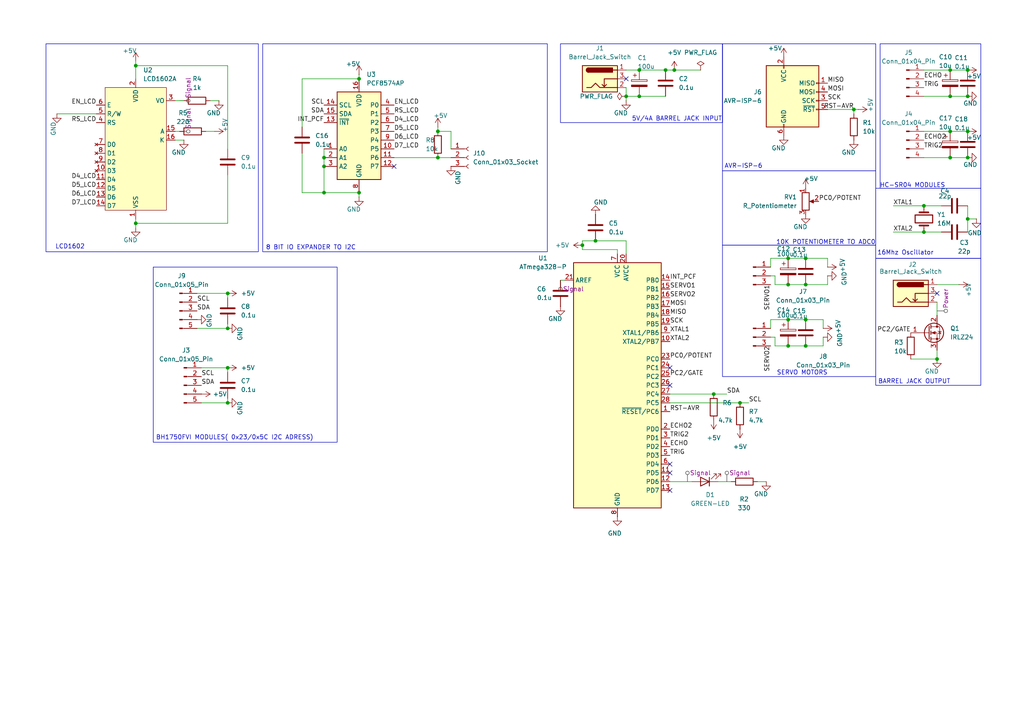
<source format=kicad_sch>
(kicad_sch (version 20250114) (generator "eeschema") (generator_version "9.0")
  (paper "A4")
  (lib_symbols
    (symbol "Connector:AVR-ISP-6" (pin_names (offset 1.016))
      (property "Reference" "J" (at -6.35 11.43 0))
      (property "Value" "AVR-ISP-6" (at 0 11.43 0))
      (symbol "AVR-ISP-6_1_1"
        (pin passive line (at -2.54 12.7 270) (length 2.54) (name "VCC") (number "2"))
        (pin passive line (at -2.54 -10.16 90) (length 2.54) (name "GND") (number "6"))
        (pin passive line (at 10.16 5.08 180) (length 2.54) (name "MISO") (number "1"))
        (pin passive line (at 10.16 2.54 180) (length 2.54) (name "MOSI") (number "4"))
        (pin passive line (at 10.16 0 180) (length 2.54) (name "SCK") (number "3"))
        (pin passive line (at 10.16 -2.54 180) (length 2.54) (name "~{RST}") (number "5"))
      )
    )
    (symbol "Connector:Barrel_Jack_Switch" (pin_names (hide yes))
      (property "Reference" "J" (at 0 5.334 0))
      (property "Value" "Barrel_Jack_Switch" (at 0 -5.08 0))
      (symbol "Barrel_Jack_Switch_1_1"
        (pin passive line (at 7.62 2.54 180) (length 2.54) (name "~") (number "1"))
        (pin passive line (at 7.62 0 180) (length 2.54) (name "~") (number "3"))
        (pin passive line (at 7.62 -2.54 180) (length 2.54) (name "~") (number "2"))
      )
    )
    (symbol "Connector:Conn_01x03_Pin" (pin_names (offset 1.016) (hide yes))
      (property "Reference" "J" (at 0 5.08 0))
      (property "Value" "Conn_01x03_Pin" (at 0 -5.08 0))
      (symbol "Conn_01x03_Pin_1_1"
        (pin passive line (at 5.08 2.54 180) (length 3.81) (name "Pin_1") (number "1"))
        (pin passive line (at 5.08 0 180) (length 3.81) (name "Pin_2") (number "2"))
        (pin passive line (at 5.08 -2.54 180) (length 3.81) (name "Pin_3") (number "3"))
      )
    )
    (symbol "Connector:Conn_01x03_Socket" (pin_names (offset 1.016) (hide yes))
      (property "Reference" "J" (at 0 5.08 0))
      (property "Value" "Conn_01x03_Socket" (at 0 -5.08 0))
      (symbol "Conn_01x03_Socket_1_1"
        (pin passive line (at -5.08 2.54 0) (length 3.81) (name "Pin_1") (number "1"))
        (pin passive line (at -5.08 0 0) (length 3.81) (name "Pin_2") (number "2"))
        (pin passive line (at -5.08 -2.54 0) (length 3.81) (name "Pin_3") (number "3"))
      )
    )
    (symbol "Connector:Conn_01x04_Pin" (pin_names (offset 1.016) (hide yes))
      (property "Reference" "J" (at 0 5.08 0))
      (property "Value" "Conn_01x04_Pin" (at 0 -7.62 0))
      (symbol "Conn_01x04_Pin_1_1"
        (pin passive line (at 5.08 2.54 180) (length 3.81) (name "Pin_1") (number "1"))
        (pin passive line (at 5.08 0 180) (length 3.81) (name "Pin_2") (number "2"))
        (pin passive line (at 5.08 -2.54 180) (length 3.81) (name "Pin_3") (number "3"))
        (pin passive line (at 5.08 -5.08 180) (length 3.81) (name "Pin_4") (number "4"))
      )
    )
    (symbol "Connector:Conn_01x05_Pin" (pin_names (offset 1.016) (hide yes))
      (property "Reference" "J" (at 0 7.62 0))
      (property "Value" "Conn_01x05_Pin" (at 0 -7.62 0))
      (symbol "Conn_01x05_Pin_1_1"
        (pin passive line (at 5.08 5.08 180) (length 3.81) (name "Pin_1") (number "1"))
        (pin passive line (at 5.08 2.54 180) (length 3.81) (name "Pin_2") (number "2"))
        (pin passive line (at 5.08 0 180) (length 3.81) (name "Pin_3") (number "3"))
        (pin passive line (at 5.08 -2.54 180) (length 3.81) (name "Pin_4") (number "4"))
        (pin passive line (at 5.08 -5.08 180) (length 3.81) (name "Pin_5") (number "5"))
      )
    )
    (symbol "Device:C" (pin_numbers (hide yes)) (pin_names (offset 0.254))
      (property "Reference" "C" (at 0.635 2.54 0))
      (property "Value" "C" (at 0.635 -2.54 0))
      (symbol "C_1_1"
        (pin passive line (at 0 3.81 270) (length 2.794) (name "~") (number "1"))
        (pin passive line (at 0 -3.81 90) (length 2.794) (name "~") (number "2"))
      )
    )
    (symbol "Device:C_Polarized" (pin_numbers (hide yes)) (pin_names (offset 0.254))
      (property "Reference" "C" (at 0.635 2.54 0))
      (property "Value" "C_Polarized" (at 0.635 -2.54 0))
      (symbol "C_Polarized_1_1"
        (pin passive line (at 0 3.81 270) (length 2.794) (name "~") (number "1"))
        (pin passive line (at 0 -3.81 90) (length 2.794) (name "~") (number "2"))
      )
    )
    (symbol "Device:Crystal" (pin_numbers (hide yes)) (pin_names (offset 1.016) (hide yes))
      (property "Reference" "Y" (at 0 3.81 0))
      (property "Value" "Crystal" (at 0 -3.81 0))
      (symbol "Crystal_1_1"
        (pin passive line (at -3.81 0 0) (length 1.27) (name "1") (number "1"))
        (pin passive line (at 3.81 0 180) (length 1.27) (name "2") (number "2"))
      )
    )
    (symbol "Device:LED" (pin_numbers (hide yes)) (pin_names (offset 1.016) (hide yes))
      (property "Reference" "D" (at 0 2.54 0))
      (property "Value" "LED" (at 0 -2.54 0))
      (symbol "LED_1_1"
        (pin passive line (at -3.81 0 0) (length 2.54) (name "K") (number "1"))
        (pin passive line (at 3.81 0 180) (length 2.54) (name "A") (number "2"))
      )
    )
    (symbol "Device:R" (pin_numbers (hide yes)) (pin_names (offset 0))
      (property "Reference" "R" (at 2.032 0 90))
      (property "Value" "R" (at 0 0 90))
      (symbol "R_1_1"
        (pin passive line (at 0 3.81 270) (length 1.27) (name "~") (number "1"))
        (pin passive line (at 0 -3.81 90) (length 1.27) (name "~") (number "2"))
      )
    )
    (symbol "Device:R_Potentiometer" (pin_names (offset 1.016) (hide yes))
      (property "Reference" "RV" (at -4.445 0 90))
      (property "Value" "R_Potentiometer" (at -2.54 0 90))
      (symbol "R_Potentiometer_1_1"
        (pin passive line (at 0 3.81 270) (length 1.27) (name "1") (number "1"))
        (pin passive line (at 0 -3.81 90) (length 1.27) (name "3") (number "3"))
        (pin passive line (at 3.81 0 180) (length 1.27) (name "2") (number "2"))
      )
    )
    (symbol "Interface_Expansion:PCF8574AP"
      (property "Reference" "U" (at -6.35 12.954 0))
      (property "Value" "PCF8574AP" (at 3.048 12.954 0))
      (symbol "PCF8574AP_1_1"
        (pin input line (at -10.16 7.62 0) (length 3.81) (name "SCL") (number "14"))
        (pin bidirectional line (at -10.16 5.08 0) (length 3.81) (name "SDA") (number "15"))
        (pin open_collector line (at -10.16 2.54 0) (length 3.81) (name "~{INT}") (number "13"))
        (pin input line (at -10.16 -5.08 0) (length 3.81) (name "A0") (number "1"))
        (pin input line (at -10.16 -7.62 0) (length 3.81) (name "A1") (number "2"))
        (pin input line (at -10.16 -10.16 0) (length 3.81) (name "A2") (number "3"))
        (pin power_in line (at 0 15.24 270) (length 3.81) (name "VDD") (number "16"))
        (pin power_in line (at 0 -17.78 90) (length 3.81) (name "GND") (number "8"))
        (pin bidirectional line (at 10.16 7.62 180) (length 3.81) (name "P0") (number "4"))
        (pin bidirectional line (at 10.16 5.08 180) (length 3.81) (name "P1") (number "5"))
        (pin bidirectional line (at 10.16 2.54 180) (length 3.81) (name "P2") (number "6"))
        (pin bidirectional line (at 10.16 0 180) (length 3.81) (name "P3") (number "7"))
        (pin bidirectional line (at 10.16 -2.54 180) (length 3.81) (name "P4") (number "9"))
        (pin bidirectional line (at 10.16 -5.08 180) (length 3.81) (name "P5") (number "10"))
        (pin bidirectional line (at 10.16 -7.62 180) (length 3.81) (name "P6") (number "11"))
        (pin bidirectional line (at 10.16 -10.16 180) (length 3.81) (name "P7") (number "12"))
      )
    )
    (symbol "MCU_Microchip_ATmega:ATmega328-P"
      (property "Reference" "U" (at -12.7 36.83 0))
      (property "Value" "ATmega328-P" (at 2.54 -36.83 0))
      (symbol "ATmega328-P_1_1"
        (pin passive line (at -15.24 30.48 0) (length 2.54) (name "AREF") (number "21"))
        (pin power_in line (at 0 38.1 270) (length 2.54) (name "VCC") (number "7"))
        (pin passive line (at 0 -38.1 90) (length 2.54) (hide yes) (name "GND") (number "22"))
        (pin power_in line (at 0 -38.1 90) (length 2.54) (name "GND") (number "8"))
        (pin power_in line (at 2.54 38.1 270) (length 2.54) (name "AVCC") (number "20"))
        (pin bidirectional line (at 15.24 30.48 180) (length 2.54) (name "PB0") (number "14"))
        (pin bidirectional line (at 15.24 27.94 180) (length 2.54) (name "PB1") (number "15"))
        (pin bidirectional line (at 15.24 25.4 180) (length 2.54) (name "PB2") (number "16"))
        (pin bidirectional line (at 15.24 22.86 180) (length 2.54) (name "PB3") (number "17"))
        (pin bidirectional line (at 15.24 20.32 180) (length 2.54) (name "PB4") (number "18"))
        (pin bidirectional line (at 15.24 17.78 180) (length 2.54) (name "PB5") (number "19"))
        (pin bidirectional line (at 15.24 15.24 180) (length 2.54) (name "XTAL1/PB6") (number "9"))
        (pin bidirectional line (at 15.24 12.7 180) (length 2.54) (name "XTAL2/PB7") (number "10"))
        (pin bidirectional line (at 15.24 7.62 180) (length 2.54) (name "PC0") (number "23"))
        (pin bidirectional line (at 15.24 5.08 180) (length 2.54) (name "PC1") (number "24"))
        (pin bidirectional line (at 15.24 2.54 180) (length 2.54) (name "PC2") (number "25"))
        (pin bidirectional line (at 15.24 0 180) (length 2.54) (name "PC3") (number "26"))
        (pin bidirectional line (at 15.24 -2.54 180) (length 2.54) (name "PC4") (number "27"))
        (pin bidirectional line (at 15.24 -5.08 180) (length 2.54) (name "PC5") (number "28"))
        (pin bidirectional line (at 15.24 -7.62 180) (length 2.54) (name "~{RESET}/PC6") (number "1"))
        (pin bidirectional line (at 15.24 -12.7 180) (length 2.54) (name "PD0") (number "2"))
        (pin bidirectional line (at 15.24 -15.24 180) (length 2.54) (name "PD1") (number "3"))
        (pin bidirectional line (at 15.24 -17.78 180) (length 2.54) (name "PD2") (number "4"))
        (pin bidirectional line (at 15.24 -20.32 180) (length 2.54) (name "PD3") (number "5"))
        (pin bidirectional line (at 15.24 -22.86 180) (length 2.54) (name "PD4") (number "6"))
        (pin bidirectional line (at 15.24 -25.4 180) (length 2.54) (name "PD5") (number "11"))
        (pin bidirectional line (at 15.24 -27.94 180) (length 2.54) (name "PD6") (number "12"))
        (pin bidirectional line (at 15.24 -30.48 180) (length 2.54) (name "PD7") (number "13"))
      )
    )
    (symbol "Transistor_FET:IRLZ24" (pin_names (hide yes))
      (property "Reference" "Q" (at 5.08 1.905 0))
      (property "Value" "IRLZ24" (at 5.08 0 0))
      (symbol "IRLZ24_1_1"
        (pin input line (at -5.08 0 0) (length 2.54) (name "G") (number "1"))
        (pin passive line (at 2.54 5.08 270) (length 2.54) (name "D") (number "2"))
        (pin passive line (at 2.54 -5.08 90) (length 2.54) (name "S") (number "3"))
      )
    )
    (symbol "lcd1602A:LCD1602A"
      (property "Reference" "U" (at 0 0 0))
      (property "Value" "LCD1602A" (at 5.842 -19.05 0))
      (symbol "LCD1602A_1_1"
        (pin input line (at -11.43 12.7 0) (length 2.54) (name "E") (number "6"))
        (pin input line (at -11.43 10.16 0) (length 2.54) (name "R/W") (number "5"))
        (pin input line (at -11.43 7.62 0) (length 2.54) (name "RS") (number "4"))
        (pin no_connect line (at -11.43 1.27 0) (length 2.54) (name "D0") (number "7"))
        (pin no_connect line (at -11.43 -1.27 0) (length 2.54) (name "D1") (number "8"))
        (pin no_connect line (at -11.43 -3.81 0) (length 2.54) (name "D2") (number "9"))
        (pin no_connect line (at -11.43 -6.35 0) (length 2.54) (name "D3") (number "10"))
        (pin bidirectional line (at -11.43 -8.89 0) (length 2.54) (name "D4") (number "11"))
        (pin bidirectional line (at -11.43 -11.43 0) (length 2.54) (name "D5") (number "12"))
        (pin bidirectional line (at -11.43 -13.97 0) (length 2.54) (name "D6") (number "13"))
        (pin bidirectional line (at -11.43 -16.51 0) (length 2.54) (name "D7") (number "14"))
        (pin power_in line (at 0 20.32 270) (length 2.54) (name "VDD") (number "2"))
        (pin power_in line (at 0 -20.32 90) (length 2.54) (name "VSS") (number "1"))
        (pin input line (at 11.43 13.97 180) (length 2.54) (name "VO") (number "3"))
        (pin output line (at 11.43 5.08 180) (length 2.54) (name "A") (number "15"))
        (pin input line (at 11.43 2.54 180) (length 2.54) (name "K") (number "16"))
      )
    )
    (symbol "power:+5V" (power) (pin_numbers (hide yes)) (pin_names (offset 0) (hide yes))
      (property "Value" "+5V" (at 0 3.556 0))
      (symbol "+5V_1_1"
        (pin power_in line (at 0 0 90) (length 0) (name "~") (number "1"))
      )
    )
    (symbol "power:GND" (power) (pin_numbers (hide yes)) (pin_names (offset 0) (hide yes))
      (property "Value" "GND" (at 0 -3.81 0))
      (symbol "GND_1_1"
        (pin power_in line (at 0 0 270) (length 0) (name "~") (number "1"))
      )
    )
    (symbol "power:PWR_FLAG" (power) (pin_numbers (hide yes)) (pin_names (offset 0) (hide yes))
      (property "Value" "PWR_FLAG" (at 0 3.81 0))
      (symbol "PWR_FLAG_0_0"
        (pin power_out line (at 0 0 90) (length 0) (name "~") (number "1"))
      )
    )
  )
  (rectangle (start 44.45 77.47) (end 97.79 128.27))
  (rectangle (start 255.27 12.7) (end 284.48 54.61))
  (rectangle (start 162.56 12.7) (end 209.55 35.56))
  (rectangle (start 209.55 12.7) (end 254 49.53))
  (rectangle (start 209.55 71.12) (end 254 109.22))
  (rectangle (start 13.335 12.7) (end 74.93 73.025))
  (rectangle (start 76.2 12.7) (end 158.75 73.025))
  (rectangle (start 209.55 49.53) (end 254 71.12))
  (rectangle (start 254 54.61) (end 284.48 74.93))
  (rectangle (start 254 74.93) (end 284.48 111.76))
  (text "LCD1602\n" (at 20.32 71.628 0) (effects (font (size 1.27 1.27))))
  (text "16Mhz Oscillator" (at 262.636 73.406 0) (effects (font (size 1.27 1.27))))
  (text "5V/4A BARREL JACK INPUT\n" (at 196.342 34.544 0) (effects (font (size 1.27 1.27))))
  (text "SERVO MOTORS\n" (at 232.664 108.204 0) (effects (font (size 1.27 1.27))))
  (text "10K POTENTIOMETER TO ADC0\n" (at 239.522 70.358 0) (effects (font (size 1.27 1.27))))
  (text "BH1750FVI MODULES( 0x23/0x5C I2C ADRESS)\n" (at 68.072 127 0) (effects (font (size 1.27 1.27))))
  (text "8 BIT IO EXPANDER TO I2C\n" (at 90.17 71.882 0) (effects (font (size 1.27 1.27))))
  (text "AVR-ISP-6\n" (at 215.646 48.26 0) (effects (font (size 1.27 1.27))))
  (text "BARREL JACK OUTPUT" (at 265.176 110.744 0) (effects (font (size 1.27 1.27))))
  (text "HC-SR04 MODULES\n" (at 264.668 53.848 0) (effects (font (size 1.27 1.27))))
  (junction (at 66.04 116.84))
  (junction (at 207.01 114.3))
  (junction (at 104.14 55.88))
  (junction (at 214.63 116.84))
  (junction (at 228.6 82.55))
  (junction (at 280.67 27.94))
  (junction (at 181.61 27.94))
  (junction (at 228.6 100.33))
  (junction (at 233.68 74.93))
  (junction (at 66.04 85.09))
  (junction (at 280.67 20.32))
  (junction (at 275.59 20.32))
  (junction (at 93.98 48.26))
  (junction (at 104.14 22.86))
  (junction (at 233.68 100.33))
  (junction (at 93.98 55.88))
  (junction (at 275.59 27.94))
  (junction (at 228.6 74.93))
  (junction (at 172.72 69.85))
  (junction (at 267.97 67.31))
  (junction (at 280.67 45.72))
  (junction (at 185.42 20.32))
  (junction (at 168.91 71.12))
  (junction (at 233.68 82.55))
  (junction (at 93.98 45.72))
  (junction (at 228.6 92.71))
  (junction (at 275.59 45.72))
  (junction (at 271.78 104.14))
  (junction (at 127 38.1))
  (junction (at 193.04 20.32))
  (junction (at 127 45.72))
  (junction (at 233.68 92.71))
  (junction (at 275.59 38.1))
  (junction (at 39.37 19.05))
  (junction (at 195.58 20.32))
  (junction (at 66.04 95.25))
  (junction (at 185.42 27.94))
  (junction (at 280.67 38.1))
  (junction (at 39.37 64.77))
  (junction (at 66.04 106.68))
  (junction (at 280.67 63.5))
  (junction (at 267.97 59.69))
  (junction (at 247.65 31.75))
  (no_connect (at 194.31 142.24))
  (no_connect (at 194.31 137.16))
  (no_connect (at 194.31 106.68))
  (no_connect (at 194.31 134.62))
  (no_connect (at 114.3 48.26))
  (no_connect (at 194.31 111.76))
  (no_connect (at 271.78 85.09))
  (no_connect (at 181.61 22.86))
  (wire (pts (xy 280.67 20.32) (xy 275.59 20.32)))
  (wire (pts (xy 162.56 81.28) (xy 163.83 81.28)))
  (wire (pts (xy 181.61 73.66) (xy 181.61 69.85)))
  (wire (pts (xy 223.52 97.79) (xy 224.79 97.79)))
  (wire (pts (xy 104.14 57.15) (xy 104.14 55.88)))
  (wire (pts (xy 200.66 139.7) (xy 194.31 139.7)))
  (wire (pts (xy 233.68 92.71) (xy 238.76 92.71)))
  (wire (pts (xy 39.37 19.05) (xy 66.04 19.05)))
  (wire (pts (xy 228.6 100.33) (xy 233.68 100.33)))
  (wire (pts (xy 66.04 93.98) (xy 66.04 95.25)))
  (wire (pts (xy 224.79 80.01) (xy 224.79 82.55)))
  (wire (pts (xy 127 38.1) (xy 130.81 38.1)))
  (wire (pts (xy 280.67 38.1) (xy 275.59 38.1)))
  (wire (pts (xy 238.76 92.71) (xy 238.76 95.25)))
  (wire (pts (xy 228.6 82.55) (xy 233.68 82.55)))
  (wire (pts (xy 267.97 67.31) (xy 273.05 67.31)))
  (wire (pts (xy 275.59 38.1) (xy 267.97 38.1)))
  (wire (pts (xy 280.67 59.69) (xy 280.67 63.5)))
  (wire (pts (xy 181.61 27.94) (xy 181.61 29.21)))
  (wire (pts (xy 66.04 19.05) (xy 66.04 43.18)))
  (wire (pts (xy 53.34 29.21) (xy 50.8 29.21)))
  (wire (pts (xy 233.68 100.33) (xy 238.76 100.33)))
  (wire (pts (xy 280.67 63.5) (xy 283.21 63.5)))
  (wire (pts (xy 271.78 104.14) (xy 271.78 101.6)))
  (wire (pts (xy 223.52 92.71) (xy 228.6 92.71)))
  (wire (pts (xy 127 45.72) (xy 130.81 45.72)))
  (wire (pts (xy 247.65 31.75) (xy 248.92 31.75)))
  (wire (pts (xy 114.3 45.72) (xy 127 45.72)))
  (wire (pts (xy 195.58 20.32) (xy 203.2 20.32)))
  (wire (pts (xy 172.72 69.85) (xy 181.61 69.85)))
  (wire (pts (xy 16.51 33.02) (xy 27.94 33.02)))
  (wire (pts (xy 127 36.83) (xy 127 38.1)))
  (wire (pts (xy 224.79 82.55) (xy 228.6 82.55)))
  (wire (pts (xy 168.91 69.85) (xy 172.72 69.85)))
  (wire (pts (xy 271.78 87.63) (xy 271.78 91.44)))
  (wire (pts (xy 278.13 82.55) (xy 271.78 82.55)))
  (wire (pts (xy 66.04 106.68) (xy 58.42 106.68)))
  (wire (pts (xy 207.01 114.3) (xy 194.31 114.3)))
  (wire (pts (xy 66.04 116.84) (xy 58.42 116.84)))
  (wire (pts (xy 212.09 139.7) (xy 208.28 139.7)))
  (wire (pts (xy 240.03 82.55) (xy 240.03 80.01)))
  (wire (pts (xy 39.37 64.77) (xy 39.37 63.5)))
  (wire (pts (xy 247.65 31.75) (xy 247.65 33.02)))
  (wire (pts (xy 53.34 40.64) (xy 50.8 40.64)))
  (wire (pts (xy 275.59 20.32) (xy 267.97 20.32)))
  (wire (pts (xy 280.67 45.72) (xy 275.59 45.72)))
  (wire (pts (xy 66.04 106.68) (xy 66.04 107.95)))
  (wire (pts (xy 275.59 27.94) (xy 267.97 27.94)))
  (wire (pts (xy 93.98 48.26) (xy 93.98 55.88)))
  (wire (pts (xy 224.79 97.79) (xy 224.79 100.33)))
  (wire (pts (xy 238.76 100.33) (xy 238.76 97.79)))
  (wire (pts (xy 63.5 29.21) (xy 60.96 29.21)))
  (wire (pts (xy 39.37 17.78) (xy 39.37 19.05)))
  (wire (pts (xy 87.63 44.45) (xy 87.63 55.88)))
  (wire (pts (xy 66.04 115.57) (xy 66.04 116.84)))
  (wire (pts (xy 280.67 27.94) (xy 275.59 27.94)))
  (wire (pts (xy 52.07 38.1) (xy 50.8 38.1)))
  (wire (pts (xy 185.42 20.32) (xy 193.04 20.32)))
  (wire (pts (xy 222.25 139.7) (xy 219.71 139.7)))
  (wire (pts (xy 62.23 38.1) (xy 59.69 38.1)))
  (wire (pts (xy 93.98 45.72) (xy 93.98 48.26)))
  (wire (pts (xy 168.91 71.12) (xy 168.91 72.39)))
  (wire (pts (xy 217.17 116.84) (xy 214.63 116.84)))
  (wire (pts (xy 87.63 55.88) (xy 93.98 55.88)))
  (wire (pts (xy 66.04 85.09) (xy 66.04 86.36)))
  (wire (pts (xy 87.63 22.86) (xy 104.14 22.86)))
  (wire (pts (xy 275.59 45.72) (xy 267.97 45.72)))
  (wire (pts (xy 280.67 63.5) (xy 280.67 67.31)))
  (wire (pts (xy 181.61 25.4) (xy 181.61 27.94)))
  (wire (pts (xy 264.16 104.14) (xy 271.78 104.14)))
  (wire (pts (xy 87.63 36.83) (xy 87.63 22.86)))
  (wire (pts (xy 66.04 50.8) (xy 66.04 64.77)))
  (wire (pts (xy 240.03 31.75) (xy 247.65 31.75)))
  (wire (pts (xy 223.52 80.01) (xy 224.79 80.01)))
  (wire (pts (xy 233.68 74.93) (xy 240.03 74.93)))
  (wire (pts (xy 179.07 73.66) (xy 179.07 72.39)))
  (wire (pts (xy 223.52 77.47) (xy 223.52 74.93)))
  (wire (pts (xy 181.61 27.94) (xy 185.42 27.94)))
  (wire (pts (xy 130.81 38.1) (xy 130.81 43.18)))
  (wire (pts (xy 185.42 27.94) (xy 193.04 27.94)))
  (wire (pts (xy 223.52 95.25) (xy 223.52 92.71)))
  (wire (pts (xy 66.04 85.09) (xy 57.15 85.09)))
  (wire (pts (xy 259.08 59.69) (xy 267.97 59.69)))
  (wire (pts (xy 224.79 100.33) (xy 228.6 100.33)))
  (wire (pts (xy 223.52 74.93) (xy 228.6 74.93)))
  (wire (pts (xy 104.14 21.59) (xy 104.14 22.86)))
  (wire (pts (xy 267.97 59.69) (xy 273.05 59.69)))
  (wire (pts (xy 66.04 64.77) (xy 39.37 64.77)))
  (wire (pts (xy 214.63 116.84) (xy 194.31 116.84)))
  (wire (pts (xy 168.91 72.39) (xy 179.07 72.39)))
  (wire (pts (xy 233.68 82.55) (xy 240.03 82.55)))
  (wire (pts (xy 39.37 19.05) (xy 39.37 22.86)))
  (wire (pts (xy 210.82 114.3) (xy 207.01 114.3)))
  (wire (pts (xy 181.61 20.32) (xy 185.42 20.32)))
  (wire (pts (xy 168.91 69.85) (xy 168.91 71.12)))
  (wire (pts (xy 228.6 74.93) (xy 233.68 74.93)))
  (wire (pts (xy 228.6 92.71) (xy 233.68 92.71)))
  (wire (pts (xy 240.03 74.93) (xy 240.03 77.47)))
  (wire (pts (xy 39.37 66.04) (xy 39.37 64.77)))
  (wire (pts (xy 66.04 95.25) (xy 57.15 95.25)))
  (wire (pts (xy 93.98 43.18) (xy 93.98 45.72)))
  (wire (pts (xy 193.04 20.32) (xy 195.58 20.32)))
  (wire (pts (xy 259.08 67.31) (xy 267.97 67.31)))
  (wire (pts (xy 93.98 55.88) (xy 104.14 55.88)))
  (label "SCK" (at 240.03 29.21 0))
  (label "SDA" (at 58.42 111.76 0))
  (label "XTAL2" (at 194.31 99.06 0))
  (label "RS_LCD" (at 27.94 35.56 180))
  (label "SCL" (at 217.17 116.84 0))
  (label "PC0{slash}POTENT" (at 194.31 104.14 0))
  (label "ECHO2" (at 267.97 40.64 0))
  (label "RST-AVR" (at 247.65 31.75 180))
  (label "SERVO2" (at 194.31 86.36 0))
  (label "MOSI" (at 194.31 88.9 0))
  (label "D7_LCD" (at 114.3 43.18 0))
  (label "XTAL1" (at 194.31 96.52 0))
  (label "EN_LCD" (at 114.3 30.48 0))
  (label "SCK" (at 194.31 93.98 0))
  (label "TRIG2" (at 194.31 127 0))
  (label "SERVO1" (at 223.52 82.55 270))
  (label "D4_LCD" (at 114.3 35.56 0))
  (label "D5_LCD" (at 114.3 38.1 0))
  (label "TRIG" (at 267.97 25.4 0))
  (label "ECHO" (at 194.31 129.54 0))
  (label "D6_LCD" (at 27.94 57.15 180))
  (label "SERVO2" (at 223.52 100.33 270))
  (label "XTAL2" (at 259.08 67.31 0))
  (label "SCL" (at 58.42 109.22 0))
  (label "SDA" (at 93.98 33.02 180))
  (label "D6_LCD" (at 114.3 40.64 0))
  (label "TRIG2" (at 267.97 43.18 0))
  (label "ECHO2" (at 194.31 124.46 0))
  (label "EN_LCD" (at 27.94 30.48 180))
  (label "SERVO1" (at 194.31 83.82 0))
  (label "MISO" (at 240.03 24.13 0))
  (label "INT_PCF" (at 194.31 81.28 0))
  (label "XTAL1" (at 259.08 59.69 0))
  (label "SDA" (at 210.82 114.3 0))
  (label "MOSI" (at 240.03 26.67 0))
  (label "PC0{slash}POTENT" (at 237.49 58.42 0))
  (label "RST-AVR" (at 194.31 119.38 0))
  (label "SCL" (at 57.15 87.63 0))
  (label "INT_PCF" (at 93.98 35.56 180))
  (label "TRIG" (at 194.31 132.08 0))
  (label "MISO" (at 194.31 91.44 0))
  (label "PC2{slash}GATE" (at 194.31 109.22 0))
  (label "SCL" (at 93.98 30.48 180))
  (label "RS_LCD" (at 114.3 33.02 0))
  (label "PC2{slash}GATE" (at 264.16 96.52 180))
  (label "D4_LCD" (at 27.94 52.07 180))
  (label "ECHO" (at 267.97 22.86 0))
  (label "SDA" (at 57.15 90.17 0))
  (label "D5_LCD" (at 27.94 54.61 180))
  (label "D7_LCD" (at 27.94 59.69 180))
  (netclass_flag "" (length 2.54) (shape round) (at 210.82 139.7 0) (property "Netclass" "Signal" (at 211.5185 137.16 0) (effects (justify left))))
  (netclass_flag "" (length 2.54) (shape round) (at 52.07 38.1 270) (property "Netclass" "Signal" (at 54.61 37.4015 90) (effects (justify left))))
  (netclass_flag "" (length 2.54) (shape round) (at 199.39 139.7 0) (property "Netclass" "Signal" (at 200.0885 137.16 0) (effects (justify left))))
  (netclass_flag "" (length 2.54) (shape round) (at 162.56 81.28 180) (property "Netclass" "Signal" (at 163.2585 83.82 0) (effects (justify left))))
  (netclass_flag "" (length 2.54) (shape round) (at 52.07 29.21 270) (property "Netclass" "Signal" (at 54.61 28.5115 90) (effects (justify left))))
  (netclass_flag "" (length 2.54) (shape round) (at 271.78 90.17 270) (property "Netclass" "Power" (at 274.32 89.4715 90) (effects (justify left))))
  (symbol (lib_id "power:+5V") (at 280.67 20.32 270) (unit 1)
    (property "Reference" "#PWR013" (effects (hide yes)))
    (property "Value" "+5V" (at 280.416 22.098 90) (effects (justify left)))
    (property "Description" "Power symbol creates a global label with name \"+5V\"" (effects (hide yes)))
  )
  (symbol (lib_id "power:GND") (at 283.21 63.5 0) (unit 1)
    (property "Reference" "#PWR09" (effects (hide yes)))
    (property "Value" "GND" (at 282.702 67.564 0))
    (property "Description" "Power symbol creates a global label with name \"GND\" , ground" (effects (hide yes)))
  )
  (symbol (lib_id "power:+5V") (at 238.76 95.25 270) (unit 1)
    (property "Reference" "#PWR024" (effects (hide yes)))
    (property "Value" "+5V" (at 243.078 94.742 0))
    (property "Description" "Power symbol creates a global label with name \"+5V\"" (effects (hide yes)))
  )
  (symbol (lib_id "power:GND") (at 233.68 62.23 0) (unit 1)
    (property "Reference" "#PWR018" (effects (hide yes)))
    (property "Value" "GND" (at 232.156 65.786 0))
    (property "Description" "Power symbol creates a global label with name \"GND\" , ground" (effects (hide yes)))
  )
  (symbol (lib_id "power:GND") (at 104.14 57.15 0) (unit 1)
    (property "Reference" "#PWR036" (effects (hide yes)))
    (property "Value" "GND" (at 102.616 60.706 0))
    (property "Description" "Power symbol creates a global label with name \"GND\" , ground" (effects (hide yes)))
  )
  (symbol (lib_id "Device:C") (at 276.86 67.31 90) (unit 1)
    (property "Reference" "C3" (at 279.654 70.358 90))
    (property "Value" "22p" (at 279.654 72.898 90))
    (property "Footprint" "Capacitor_THT:C_Disc_D3.0mm_W2.0mm_P2.50mm" (effects (hide yes)))
    (property "Description" "Unpolarized capacitor" (effects (hide yes)))
  )
  (symbol (lib_id "power:GND") (at 66.04 95.25 90) (unit 1)
    (property "Reference" "#PWR033" (effects (hide yes)))
    (property "Value" "GND" (at 69.596 96.774 0))
    (property "Description" "Power symbol creates a global label with name \"GND\" , ground" (effects (hide yes)))
  )
  (symbol (lib_id "Device:C") (at 280.67 41.91 0) (unit 1)
    (property "Reference" "C18" (at 276.86 34.544 0) (effects (justify left)))
    (property "Value" "0.1u" (at 276.86 37.084 0) (effects (justify left)))
    (property "Footprint" "Capacitor_THT:C_Disc_D3.0mm_W2.0mm_P2.50mm" (effects (hide yes)))
    (property "Description" "Unpolarized capacitor" (effects (hide yes)))
  )
  (symbol (lib_id "Connector:Conn_01x03_Pin") (at 218.44 97.79 0) (unit 1)
    (property "Reference" "J8" (at 238.76 103.378 0))
    (property "Value" "Conn_01x03_Pin" (at 238.76 105.918 0))
    (property "Footprint" "Connector_PinHeader_2.54mm:PinHeader_1x03_P2.54mm_Vertical" (effects (hide yes)))
    (property "Description" "Generic connector, single row, 01x03, script generated" (effects (hide yes)))
  )
  (symbol (lib_id "Device:LED") (at 204.47 139.7 180) (unit 1)
    (property "Reference" "D1" (at 205.994 143.51 0))
    (property "Value" "GREEN-LED" (at 205.994 146.05 0))
    (property "Footprint" "LED_THT:LED_D5.0mm" (effects (hide yes)))
    (property "Description" "Light emitting diode" (effects (hide yes)))
    (property "Sim.Pins" "1=K 2=A" (effects (hide yes)))
  )
  (symbol (lib_id "Device:C") (at 233.68 78.74 0) (unit 1)
    (property "Reference" "C13" (at 229.87 72.39 0) (effects (justify left)))
    (property "Value" "0.1u" (at 229.87 73.914 0) (effects (justify left)))
    (property "Footprint" "Capacitor_THT:C_Disc_D3.0mm_W2.0mm_P2.50mm" (effects (hide yes)))
    (property "Description" "Unpolarized capacitor" (effects (hide yes)))
  )
  (symbol (lib_id "Device:C") (at 276.86 59.69 90) (unit 1)
    (property "Reference" "C4" (at 274.066 55.372 90))
    (property "Value" "22p" (at 274.066 56.896 90))
    (property "Footprint" "Capacitor_THT:C_Disc_D3.0mm_W2.0mm_P2.50mm" (effects (hide yes)))
    (property "Description" "Unpolarized capacitor" (effects (hide yes)))
  )
  (symbol (lib_id "Device:R") (at 207.01 118.11 0) (unit 1)
    (property "Reference" "R6" (at 209.55 116.8399 0) (effects (justify left)))
    (property "Value" "4.7k" (at 208.28 121.92 0) (effects (justify left)))
    (property "Description" "Resistor" (effects (hide yes)))
  )
  (symbol (lib_id "lcd1602A:LCD1602A") (at 39.37 43.18 0) (unit 1)
    (property "Reference" "U2" (at 41.5133 20.32 0) (effects (justify left)))
    (property "Value" "LCD1602A" (at 41.5133 22.86 0) (effects (justify left)))
    (property "Footprint" "Connector_PinSocket_2.54mm:PinSocket_1x16_P2.54mm_Vertical" (effects (hide yes)))
  )
  (symbol (lib_id "power:GND") (at 39.37 66.04 0) (unit 1)
    (property "Reference" "#PWR030" (effects (hide yes)))
    (property "Value" "GND" (at 37.846 69.596 0))
    (property "Description" "Power symbol creates a global label with name \"GND\" , ground" (effects (hide yes)))
  )
  (symbol (lib_id "power:GND") (at 66.04 116.84 90) (unit 1)
    (property "Reference" "#PWR05" (effects (hide yes)))
    (property "Value" "GND" (at 69.596 118.364 0))
    (property "Description" "Power symbol creates a global label with name \"GND\" , ground" (effects (hide yes)))
  )
  (symbol (lib_id "Device:R") (at 127 41.91 0) (unit 1)
    (property "Reference" "R8" (at 123.444 40.64 0) (effects (justify left)))
    (property "Value" "10k" (at 123.444 43.18 0) (effects (justify left)))
    (property "Description" "Resistor" (effects (hide yes)))
  )
  (symbol (lib_id "power:GND") (at 280.67 45.72 90) (unit 1)
    (property "Reference" "#PWR040" (effects (hide yes)))
    (property "Value" "GND" (at 281.432 47.752 90))
    (property "Description" "Power symbol creates a global label with name \"GND\" , ground" (effects (hide yes)))
  )
  (symbol (lib_id "power:+5V") (at 248.92 31.75 270) (unit 1)
    (property "Reference" "#PWR06" (effects (hide yes)))
    (property "Value" "+5V" (at 252.476 30.48 0))
    (property "Description" "Power symbol creates a global label with name \"+5V\"" (effects (hide yes)))
  )
  (symbol (lib_id "power:GND") (at 16.51 33.02 0) (unit 1)
    (property "Reference" "#PWR031" (effects (hide yes)))
    (property "Value" "GND" (at 15.494 37.338 90))
    (property "Description" "Power symbol creates a global label with name \"GND\" , ground" (effects (hide yes)))
  )
  (symbol (lib_id "Device:C") (at 193.04 24.13 0) (unit 1)
    (property "Reference" "C2" (at 196.85 22.8599 0) (effects (justify left)))
    (property "Value" "0.1u" (at 196.85 25.3999 0) (effects (justify left)))
    (property "Footprint" "Capacitor_THT:C_Disc_D3.0mm_W2.0mm_P2.50mm" (effects (hide yes)))
    (property "Description" "Unpolarized capacitor" (effects (hide yes)))
  )
  (symbol (lib_id "Device:C") (at 66.04 46.99 0) (unit 1)
    (property "Reference" "C9" (at 69.85 45.7199 0) (effects (justify left)))
    (property "Value" "0.1u" (at 69.85 48.2599 0) (effects (justify left)))
    (property "Footprint" "Capacitor_THT:C_Disc_D3.0mm_W2.0mm_P2.50mm" (effects (hide yes)))
    (property "Description" "Unpolarized capacitor" (effects (hide yes)))
  )
  (symbol (lib_id "Connector:AVR-ISP-6") (at 229.87 29.21 0) (unit 1)
    (property "Reference" "J6" (at 220.98 26.6699 0) (effects (justify right)))
    (property "Value" "AVR-ISP-6" (at 220.98 29.2099 0) (effects (justify right)))
    (property "Footprint" "Connector_PinHeader_2.54mm:PinHeader_2x03_P2.54mm_Vertical" (effects (hide yes)))
    (property "Description" "Atmel 6-pin ISP connector" (effects (hide yes)))
  )
  (symbol (lib_id "Device:C") (at 280.67 24.13 0) (unit 1)
    (property "Reference" "C11" (at 276.86 16.764 0) (effects (justify left)))
    (property "Value" "0.1u" (at 276.86 19.304 0) (effects (justify left)))
    (property "Footprint" "Capacitor_THT:C_Disc_D3.0mm_W2.0mm_P2.50mm" (effects (hide yes)))
    (property "Description" "Unpolarized capacitor" (effects (hide yes)))
  )
  (symbol (lib_id "Device:R") (at 57.15 29.21 90) (unit 1)
    (property "Reference" "R4" (at 57.15 22.86 90))
    (property "Value" "1k" (at 57.15 25.4 90))
    (property "Footprint" "Resistor_THT:R_Axial_DIN0204_L3.6mm_D1.6mm_P5.08mm_Horizontal" (effects (hide yes)))
    (property "Description" "Resistor" (effects (hide yes)))
  )
  (symbol (lib_id "Device:C_Polarized") (at 228.6 78.74 0) (unit 1)
    (property "Reference" "C12" (at 225.298 72.136 0) (effects (justify left)))
    (property "Value" "100u" (at 225.298 73.66 0) (effects (justify left)))
    (property "Footprint" "Capacitor_THT:C_Radial_D6.3mm_H11.0mm_P2.50mm" (effects (hide yes)))
    (property "Description" "Polarized capacitor" (effects (hide yes)))
  )
  (symbol (lib_id "Connector:Conn_01x03_Socket") (at 135.89 45.72 0) (unit 1)
    (property "Reference" "J10" (at 137.16 44.4499 0) (effects (justify left)))
    (property "Value" "Conn_01x03_Socket" (at 137.16 46.9899 0) (effects (justify left)))
    (property "Description" "Generic connector, single row, 01x03, script generated" (effects (hide yes)))
  )
  (symbol (lib_id "Connector:Conn_01x03_Pin") (at 218.44 80.01 0) (unit 1)
    (property "Reference" "J7" (at 232.918 84.582 0))
    (property "Value" "Conn_01x03_Pin" (at 232.918 87.122 0))
    (property "Footprint" "Connector_PinHeader_2.54mm:PinHeader_1x03_P2.54mm_Vertical" (effects (hide yes)))
    (property "Description" "Generic connector, single row, 01x03, script generated" (effects (hide yes)))
  )
  (symbol (lib_id "power:PWR_FLAG") (at 181.61 27.94 90) (unit 1)
    (property "Reference" "#FLG02" (effects (hide yes)))
    (property "Value" "PWR_FLAG" (at 177.8 27.9399 90) (effects (justify left)))
    (property "Description" "Special symbol for telling ERC where power comes from" (effects (hide yes)))
  )
  (symbol (lib_id "Connector:Barrel_Jack_Switch") (at 264.16 85.09 0) (unit 1)
    (property "Reference" "J2" (at 264.668 76.708 0))
    (property "Value" "Barrel_Jack_Switch" (at 264.16 78.74 0))
    (property "Footprint" "Connector_BarrelJack:BarrelJack_Horizontal" (effects (hide yes)))
    (property "Description" "DC Barrel Jack with an internal switch" (effects (hide yes)))
  )
  (symbol (lib_id "power:+5V") (at 104.14 21.59 0) (unit 1)
    (property "Reference" "#PWR035" (effects (hide yes)))
    (property "Value" "+5V" (at 102.362 18.542 0))
    (property "Description" "Power symbol creates a global label with name \"+5V\"" (effects (hide yes)))
  )
  (symbol (lib_id "Device:C") (at 172.72 66.04 180) (unit 1)
    (property "Reference" "C5" (at 176.53 64.7699 0) (effects (justify right)))
    (property "Value" "0.1u" (at 176.53 67.3099 0) (effects (justify right)))
    (property "Footprint" "Capacitor_THT:C_Disc_D3.0mm_W2.0mm_P2.50mm" (effects (hide yes)))
    (property "Description" "Unpolarized capacitor" (effects (hide yes)))
  )
  (symbol (lib_id "Connector:Barrel_Jack_Switch") (at 173.99 22.86 0) (unit 1)
    (property "Reference" "J1" (at 173.99 13.97 0))
    (property "Value" "Barrel_Jack_Switch" (at 173.99 16.51 0))
    (property "Footprint" "Connector_BarrelJack:BarrelJack_Horizontal" (effects (hide yes)))
    (property "Description" "DC Barrel Jack with an internal switch" (effects (hide yes)))
  )
  (symbol (lib_id "power:+5V") (at 58.42 114.3 270) (unit 1)
    (property "Reference" "#PWR010" (effects (hide yes)))
    (property "Value" "+5V" (at 61.722 114.3 90) (effects (justify left)))
    (property "Description" "Power symbol creates a global label with name \"+5V\"" (effects (hide yes)))
  )
  (symbol (lib_id "power:GND") (at 162.56 88.9 0) (unit 1)
    (property "Reference" "#PWR016" (effects (hide yes)))
    (property "Value" "GND" (at 161.036 92.456 0))
    (property "Description" "Power symbol creates a global label with name \"GND\" , ground" (effects (hide yes)))
  )
  (symbol (lib_id "Device:C") (at 66.04 111.76 0) (unit 1)
    (property "Reference" "C7" (at 69.85 110.4899 0) (effects (justify left)))
    (property "Value" "0.1u" (at 69.85 113.0299 0) (effects (justify left)))
    (property "Footprint" "Capacitor_THT:C_Disc_D3.0mm_W2.0mm_P2.50mm" (effects (hide yes)))
    (property "Description" "Unpolarized capacitor" (effects (hide yes)))
  )
  (symbol (lib_id "Connector:Conn_01x05_Pin") (at 53.34 111.76 0) (unit 1)
    (property "Reference" "J3" (at 53.975 101.6 0))
    (property "Value" "Conn_01x05_Pin" (at 53.975 104.14 0))
    (property "Footprint" "Connector_PinHeader_2.54mm:PinHeader_1x05_P2.54mm_Vertical" (effects (hide yes)))
    (property "Description" "Generic connector, single row, 01x05, script generated" (effects (hide yes)))
  )
  (symbol (lib_id "power:GND") (at 130.81 48.26 0) (unit 1)
    (property "Reference" "#PWR041" (effects (hide yes)))
    (property "Value" "GND" (at 132.842 51.562 90))
    (property "Description" "Power symbol creates a global label with name \"GND\" , ground" (effects (hide yes)))
  )
  (symbol (lib_id "Device:R") (at 215.9 139.7 90) (unit 1)
    (property "Reference" "R2" (at 215.8365 144.78 90))
    (property "Value" "330" (at 215.8365 147.32 90))
    (property "Footprint" "Resistor_THT:R_Axial_DIN0204_L3.6mm_D1.6mm_P5.08mm_Horizontal" (effects (hide yes)))
    (property "Description" "Resistor" (effects (hide yes)))
  )
  (symbol (lib_id "power:GND") (at 247.65 40.64 0) (unit 1)
    (property "Reference" "#PWR08" (effects (hide yes)))
    (property "Value" "GND" (at 246.126 44.196 0))
    (property "Description" "Power symbol creates a global label with name \"GND\" , ground" (effects (hide yes)))
  )
  (symbol (lib_id "power:+5V") (at 227.33 16.51 0) (unit 1)
    (property "Reference" "#PWR03" (effects (hide yes)))
    (property "Value" "+5V" (at 224.79 13.97 0))
    (property "Description" "Power symbol creates a global label with name \"+5V\"" (effects (hide yes)))
  )
  (symbol (lib_id "power:GND") (at 271.78 104.14 0) (unit 1)
    (property "Reference" "#PWR020" (effects (hide yes)))
    (property "Value" "GND" (at 270.256 107.696 0))
    (property "Description" "Power symbol creates a global label with name \"GND\" , ground" (effects (hide yes)))
  )
  (symbol (lib_id "Device:C_Polarized") (at 185.42 24.13 0) (unit 1)
    (property "Reference" "C1" (at 184.912 16.764 0) (effects (justify left)))
    (property "Value" "100u" (at 184.912 19.304 0) (effects (justify left)))
    (property "Footprint" "Capacitor_THT:C_Radial_D6.3mm_H11.0mm_P2.50mm" (effects (hide yes)))
    (property "Description" "Polarized capacitor" (effects (hide yes)))
  )
  (symbol (lib_id "Device:C_Polarized") (at 275.59 24.13 0) (unit 1)
    (property "Reference" "C10" (at 272.288 16.51 0) (effects (justify left)))
    (property "Value" "10u" (at 272.288 19.05 0) (effects (justify left)))
    (property "Footprint" "Capacitor_THT:C_Radial_D6.3mm_H11.0mm_P2.50mm" (effects (hide yes)))
    (property "Description" "Polarized capacitor" (effects (hide yes)))
  )
  (symbol (lib_id "power:GND") (at 240.03 80.01 90) (unit 1)
    (property "Reference" "#PWR023" (effects (hide yes)))
    (property "Value" "GND" (at 244.856 80.772 0))
    (property "Description" "Power symbol creates a global label with name \"GND\" , ground" (effects (hide yes)))
  )
  (symbol (lib_id "Transistor_FET:IRLZ24") (at 269.24 96.52 0) (unit 1)
    (property "Reference" "Q1" (at 275.59 95.2499 0) (effects (justify left)))
    (property "Value" "IRLZ24" (at 275.59 97.7899 0) (effects (justify left)))
    (property "Footprint" "Package_TO_SOT_THT:TO-220-3_Vertical" (effects (hide yes)))
    (property "Datasheet" "https://www.vishay.com/docs/91326/sihlz24.pdf" (effects (hide yes)))
    (property "Description" "17A Id, 60V Vds, N-Channel Power MOSFET, TO-220AB" (effects (hide yes)))
  )
  (symbol (lib_id "Device:C_Polarized") (at 275.59 41.91 0) (unit 1)
    (property "Reference" "C17" (at 272.288 34.29 0) (effects (justify left)))
    (property "Value" "10u" (at 272.288 36.83 0) (effects (justify left)))
    (property "Footprint" "Capacitor_THT:C_Radial_D6.3mm_H11.0mm_P2.50mm" (effects (hide yes)))
    (property "Description" "Polarized capacitor" (effects (hide yes)))
  )
  (symbol (lib_id "power:GND") (at 172.72 62.23 180) (unit 1)
    (property "Reference" "#PWR015" (effects (hide yes)))
    (property "Value" "GND" (at 174.244 58.674 0))
    (property "Description" "Power symbol creates a global label with name \"GND\" , ground" (effects (hide yes)))
  )
  (symbol (lib_id "power:+5V") (at 168.91 71.12 90) (unit 1)
    (property "Reference" "#PWR014" (effects (hide yes)))
    (property "Value" "+5V" (at 165.1 71.1199 90) (effects (justify left)))
    (property "Description" "Power symbol creates a global label with name \"+5V\"" (effects (hide yes)))
  )
  (symbol (lib_id "power:GND") (at 63.5 29.21 0) (unit 1)
    (property "Reference" "#PWR026" (effects (hide yes)))
    (property "Value" "GND" (at 61.976 32.766 0))
    (property "Description" "Power symbol creates a global label with name \"GND\" , ground" (effects (hide yes)))
  )
  (symbol (lib_id "Device:C") (at 66.04 90.17 0) (unit 1)
    (property "Reference" "C8" (at 69.85 88.8999 0) (effects (justify left)))
    (property "Value" "0.1u" (at 69.85 91.4399 0) (effects (justify left)))
    (property "Footprint" "Capacitor_THT:C_Disc_D3.0mm_W2.0mm_P2.50mm" (effects (hide yes)))
    (property "Description" "Unpolarized capacitor" (effects (hide yes)))
  )
  (symbol (lib_id "power:GND") (at 181.61 29.21 0) (unit 1)
    (property "Reference" "#PWR02" (effects (hide yes)))
    (property "Value" "GND" (at 180.086 32.766 0))
    (property "Description" "Power symbol creates a global label with name \"GND\" , ground" (effects (hide yes)))
  )
  (symbol (lib_id "power:GND") (at 227.33 39.37 0) (unit 1)
    (property "Reference" "#PWR07" (effects (hide yes)))
    (property "Value" "GND" (at 225.806 42.926 0))
    (property "Description" "Power symbol creates a global label with name \"GND\" , ground" (effects (hide yes)))
  )
  (symbol (lib_id "power:+5V") (at 233.68 54.61 0) (unit 1)
    (property "Reference" "#PWR017" (effects (hide yes)))
    (property "Value" "+5V" (at 235.204 51.816 0))
    (property "Description" "Power symbol creates a global label with name \"+5V\"" (effects (hide yes)))
  )
  (symbol (lib_id "Device:R_Potentiometer") (at 233.68 58.42 0) (unit 1)
    (property "Reference" "RV1" (at 231.14 57.1499 0) (effects (justify right)))
    (property "Value" "R_Potentiometer" (at 231.14 59.6899 0) (effects (justify right)))
    (property "Footprint" "P160KN-0QC15B500K:P160" (effects (hide yes)))
    (property "Description" "Potentiometer" (effects (hide yes)))
  )
  (symbol (lib_id "Device:C_Polarized") (at 228.6 96.52 0) (unit 1)
    (property "Reference" "C14" (at 225.298 89.916 0) (effects (justify left)))
    (property "Value" "100u" (at 225.298 91.44 0) (effects (justify left)))
    (property "Footprint" "Capacitor_THT:C_Radial_D6.3mm_H11.0mm_P2.50mm" (effects (hide yes)))
    (property "Description" "Polarized capacitor" (effects (hide yes)))
  )
  (symbol (lib_id "Interface_Expansion:PCF8574AP") (at 104.14 38.1 0) (unit 1)
    (property "Reference" "U3" (at 106.2833 21.59 0) (effects (justify left)))
    (property "Value" "PCF8574AP" (at 106.2833 24.13 0) (effects (justify left)))
    (property "Footprint" "Package_DIP:DIP-16_W7.62mm" (effects (hide yes)))
    (property "Datasheet" "http://www.nxp.com/docs/en/data-sheet/PCF8574_PCF8574A.pdf" (effects (hide yes)))
    (property "Description" "8 Bit Port/Expander to I2C Bus, fixed address bits 0b0111, DIP-16" (effects (hide yes)))
  )
  (symbol (lib_id "power:+5V") (at 66.04 85.09 270) (unit 1)
    (property "Reference" "#PWR032" (effects (hide yes)))
    (property "Value" "+5V" (at 69.85 85.0899 90) (effects (justify left)))
    (property "Description" "Power symbol creates a global label with name \"+5V\"" (effects (hide yes)))
  )
  (symbol (lib_id "power:GND") (at 222.25 139.7 0) (unit 1)
    (property "Reference" "#PWR019" (effects (hide yes)))
    (property "Value" "GND" (at 220.726 143.256 0))
    (property "Description" "Power symbol creates a global label with name \"GND\" , ground" (effects (hide yes)))
  )
  (symbol (lib_id "power:+5V") (at 66.04 106.68 270) (unit 1)
    (property "Reference" "#PWR04" (effects (hide yes)))
    (property "Value" "+5V" (at 69.85 106.6799 90) (effects (justify left)))
    (property "Description" "Power symbol creates a global label with name \"+5V\"" (effects (hide yes)))
  )
  (symbol (lib_id "Device:R") (at 55.88 38.1 90) (unit 1)
    (property "Reference" "R5" (at 53.086 32.766 90))
    (property "Value" "220" (at 53.086 35.306 90))
    (property "Footprint" "Resistor_THT:R_Axial_DIN0204_L3.6mm_D1.6mm_P5.08mm_Horizontal" (effects (hide yes)))
    (property "Description" "Resistor" (effects (hide yes)))
  )
  (symbol (lib_id "Device:C") (at 162.56 85.09 0) (unit 1)
    (property "Reference" "C6" (at 155.702 83.82 0) (effects (justify left)))
    (property "Value" "0.1u" (at 155.702 86.36 0) (effects (justify left)))
    (property "Footprint" "Capacitor_THT:C_Disc_D3.0mm_W2.0mm_P2.50mm" (effects (hide yes)))
    (property "Description" "Unpolarized capacitor" (effects (hide yes)))
  )
  (symbol (lib_id "power:GND") (at 57.15 92.71 90) (unit 1)
    (property "Reference" "#PWR011" (effects (hide yes)))
    (property "Value" "GND" (at 60.706 92.964 0))
    (property "Description" "Power symbol creates a global label with name \"GND\" , ground" (effects (hide yes)))
  )
  (symbol (lib_id "power:GND") (at 179.07 149.86 0) (unit 1)
    (property "Reference" "#PWR034" (effects (hide yes)))
    (property "Value" "GND" (at 178.308 154.686 0))
    (property "Description" "Power symbol creates a global label with name \"GND\" , ground" (effects (hide yes)))
  )
  (symbol (lib_id "power:+5V") (at 280.67 38.1 270) (unit 1)
    (property "Reference" "#PWR039" (effects (hide yes)))
    (property "Value" "+5V" (at 280.416 39.878 90) (effects (justify left)))
    (property "Description" "Power symbol creates a global label with name \"+5V\"" (effects (hide yes)))
  )
  (symbol (lib_id "power:+5V") (at 240.03 77.47 270) (unit 1)
    (property "Reference" "#PWR022" (effects (hide yes)))
    (property "Value" "+5V" (at 244.348 76.962 0))
    (property "Description" "Power symbol creates a global label with name \"+5V\"" (effects (hide yes)))
  )
  (symbol (lib_id "power:+5V") (at 195.58 20.32 0) (unit 1)
    (property "Reference" "#PWR01" (effects (hide yes)))
    (property "Value" "+5V" (at 195.58 15.24 0))
    (property "Description" "Power symbol creates a global label with name \"+5V\"" (effects (hide yes)))
  )
  (symbol (lib_id "Connector:Conn_01x05_Pin") (at 52.07 90.17 0) (unit 1)
    (property "Reference" "J9" (at 52.705 80.01 0))
    (property "Value" "Conn_01x05_Pin" (at 52.705 82.55 0))
    (property "Footprint" "Connector_PinHeader_2.54mm:PinHeader_1x05_P2.54mm_Vertical" (effects (hide yes)))
    (property "Description" "Generic connector, single row, 01x05, script generated" (effects (hide yes)))
  )
  (symbol (lib_id "power:PWR_FLAG") (at 203.2 20.32 0) (unit 1)
    (property "Reference" "#FLG01" (effects (hide yes)))
    (property "Value" "PWR_FLAG" (at 203.2 15.24 0))
    (property "Description" "Special symbol for telling ERC where power comes from" (effects (hide yes)))
  )
  (symbol (lib_id "power:GND") (at 238.76 97.79 90) (unit 1)
    (property "Reference" "#PWR025" (effects (hide yes)))
    (property "Value" "GND" (at 243.586 98.552 0))
    (property "Description" "Power symbol creates a global label with name \"GND\" , ground" (effects (hide yes)))
  )
  (symbol (lib_id "MCU_Microchip_ATmega:ATmega328-P") (at 179.07 111.76 0) (unit 1)
    (property "Reference" "U1" (at 157.48 74.8598 0))
    (property "Value" "ATmega328-P" (at 157.48 77.3998 0))
    (property "Footprint" "Package_DIP:DIP-28_W7.62mm" (effects (hide yes)))
    (property "Datasheet" "http://ww1.microchip.com/downloads/en/DeviceDoc/ATmega328_P%20AVR%20MCU%20with%20picoPower%20Technology%20Data%20Sheet%2040001984A.pdf" (effects (hide yes)))
    (property "Description" "20MHz, 32kB Flash, 2kB SRAM, 1kB EEPROM, DIP-28" (effects (hide yes)))
  )
  (symbol (lib_id "Connector:Conn_01x04_Pin") (at 262.89 22.86 0) (unit 1)
    (property "Reference" "J5" (at 263.525 15.24 0))
    (property "Value" "Conn_01x04_Pin" (at 263.525 17.78 0))
    (property "Footprint" "Connector_PinHeader_2.54mm:PinHeader_1x04_P2.54mm_Vertical" (effects (hide yes)))
    (property "Description" "Generic connector, single row, 01x04, script generated" (effects (hide yes)))
  )
  (symbol (lib_id "power:+5V") (at 214.63 124.46 180) (unit 1)
    (property "Reference" "#PWR037" (effects (hide yes)))
    (property "Value" "+5V" (at 214.63 129.54 0))
    (property "Description" "Power symbol creates a global label with name \"+5V\"" (effects (hide yes)))
  )
  (symbol (lib_id "power:GND") (at 280.67 27.94 90) (unit 1)
    (property "Reference" "#PWR012" (effects (hide yes)))
    (property "Value" "GND" (at 281.432 29.972 90))
    (property "Description" "Power symbol creates a global label with name \"GND\" , ground" (effects (hide yes)))
  )
  (symbol (lib_id "Device:C") (at 233.68 96.52 0) (unit 1)
    (property "Reference" "C15" (at 229.87 90.17 0) (effects (justify left)))
    (property "Value" "0.1u" (at 229.87 91.694 0) (effects (justify left)))
    (property "Footprint" "Capacitor_THT:C_Disc_D3.0mm_W2.0mm_P2.50mm" (effects (hide yes)))
    (property "Description" "Unpolarized capacitor" (effects (hide yes)))
  )
  (symbol (lib_id "Device:R") (at 214.63 120.65 0) (unit 1)
    (property "Reference" "R7" (at 217.17 119.3799 0) (effects (justify left)))
    (property "Value" "4.7k" (at 217.17 121.9199 0) (effects (justify left)))
    (property "Description" "Resistor" (effects (hide yes)))
  )
  (symbol (lib_id "power:+5V") (at 207.01 121.92 180) (unit 1)
    (property "Reference" "#PWR038" (effects (hide yes)))
    (property "Value" "+5V" (at 207.01 127 0))
    (property "Description" "Power symbol creates a global label with name \"+5V\"" (effects (hide yes)))
  )
  (symbol (lib_id "Device:R") (at 264.16 100.33 0) (unit 1)
    (property "Reference" "R3" (at 259.334 99.314 0) (effects (justify left)))
    (property "Value" "10k" (at 259.334 101.854 0) (effects (justify left)))
    (property "Footprint" "Resistor_THT:R_Axial_DIN0204_L3.6mm_D1.6mm_P5.08mm_Horizontal" (effects (hide yes)))
    (property "Description" "Resistor" (effects (hide yes)))
  )
  (symbol (lib_id "Connector:Conn_01x04_Pin") (at 262.89 40.64 0) (unit 1)
    (property "Reference" "J4" (at 263.525 33.02 0))
    (property "Value" "Conn_01x04_Pin" (at 263.525 35.56 0))
    (property "Footprint" "Connector_PinHeader_2.54mm:PinHeader_1x04_P2.54mm_Vertical" (effects (hide yes)))
    (property "Description" "Generic connector, single row, 01x04, script generated" (effects (hide yes)))
  )
  (symbol (lib_id "power:GND") (at 53.34 40.64 0) (unit 1)
    (property "Reference" "#PWR029" (effects (hide yes)))
    (property "Value" "GND" (at 51.816 44.196 0))
    (property "Description" "Power symbol creates a global label with name \"GND\" , ground" (effects (hide yes)))
  )
  (symbol (lib_id "power:+5V") (at 62.23 38.1 270) (unit 1)
    (property "Reference" "#PWR028" (effects (hide yes)))
    (property "Value" "+5V" (at 65.278 36.322 0))
    (property "Description" "Power symbol creates a global label with name \"+5V\"" (effects (hide yes)))
  )
  (symbol (lib_id "Device:R") (at 247.65 36.83 0) (unit 1)
    (property "Reference" "R1" (at 250.19 35.5599 0) (effects (justify left)))
    (property "Value" "10k" (at 250.19 38.0999 0) (effects (justify left)))
    (property "Footprint" "Resistor_THT:R_Axial_DIN0204_L3.6mm_D1.6mm_P5.08mm_Horizontal" (effects (hide yes)))
    (property "Description" "Resistor" (effects (hide yes)))
  )
  (symbol (lib_id "Device:Crystal") (at 267.97 63.5 90) (unit 1)
    (property "Reference" "Y1" (at 271.78 62.2299 90) (effects (justify right)))
    (property "Value" "16M" (at 271.78 64.7699 90) (effects (justify right)))
    (property "Footprint" "Crystal:Crystal_HC49-4H_Vertical" (effects (hide yes)))
    (property "Description" "Two pin crystal" (effects (hide yes)))
  )
  (symbol (lib_id "power:+5V") (at 39.37 17.78 0) (unit 1)
    (property "Reference" "#PWR027" (effects (hide yes)))
    (property "Value" "+5V" (at 37.592 14.732 0))
    (property "Description" "Power symbol creates a global label with name \"+5V\"" (effects (hide yes)))
  )
  (symbol (lib_id "power:+5V") (at 278.13 82.55 270) (unit 1)
    (property "Reference" "#PWR021" (effects (hide yes)))
    (property "Value" "+5V" (at 280.924 84.074 0))
    (property "Description" "Power symbol creates a global label with name \"+5V\"" (effects (hide yes)))
  )
  (symbol (lib_id "Device:C") (at 87.63 40.64 0) (unit 1)
    (property "Reference" "C16" (at 91.44 39.3699 0) (effects (justify left)))
    (property "Value" "0.1u" (at 91.44 41.9099 0) (effects (justify left)))
    (property "Footprint" "Capacitor_THT:C_Disc_D3.0mm_W2.0mm_P2.50mm" (effects (hide yes)))
    (property "Description" "Unpolarized capacitor" (effects (hide yes)))
  )
  (symbol (lib_id "power:+5V") (at 127 36.83 0) (unit 1)
    (property "Reference" "#PWR042" (effects (hide yes)))
    (property "Value" "+5V" (at 127.762 33.528 0))
    (property "Description" "Power symbol creates a global label with name \"+5V\"" (effects (hide yes)))
  )
)
</source>
